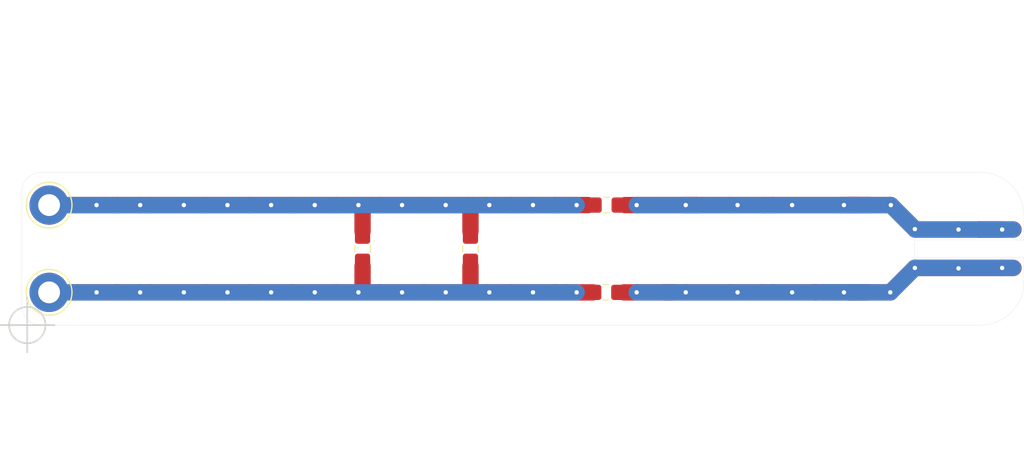
<source format=kicad_pcb>
(kicad_pcb (version 20171130) (host pcbnew "(5.1.6)-1")

  (general
    (thickness 1.6)
    (drawings 16)
    (tracks 146)
    (zones 0)
    (modules 14)
    (nets 5)
  )

  (page A4)
  (layers
    (0 F.Cu signal)
    (31 B.Cu signal)
    (32 B.Adhes user)
    (33 F.Adhes user)
    (34 B.Paste user)
    (35 F.Paste user)
    (36 B.SilkS user)
    (37 F.SilkS user)
    (38 B.Mask user)
    (39 F.Mask user)
    (40 Dwgs.User user)
    (41 Cmts.User user)
    (42 Eco1.User user)
    (43 Eco2.User user)
    (44 Edge.Cuts user)
    (45 Margin user)
    (46 B.CrtYd user)
    (47 F.CrtYd user)
    (48 B.Fab user hide)
    (49 F.Fab user hide)
  )

  (setup
    (last_trace_width 0.25)
    (user_trace_width 0.4)
    (user_trace_width 1)
    (user_trace_width 1.5)
    (trace_clearance 0.2)
    (zone_clearance 0.508)
    (zone_45_only no)
    (trace_min 0.2)
    (via_size 0.8)
    (via_drill 0.4)
    (via_min_size 0.4)
    (via_min_drill 0.3)
    (uvia_size 0.3)
    (uvia_drill 0.1)
    (uvias_allowed no)
    (uvia_min_size 0.2)
    (uvia_min_drill 0.1)
    (edge_width 0.15)
    (segment_width 0.2)
    (pcb_text_width 0.3)
    (pcb_text_size 1.5 1.5)
    (mod_edge_width 0.15)
    (mod_text_size 1 1)
    (mod_text_width 0.15)
    (pad_size 2.7 2.7)
    (pad_drill 2.7)
    (pad_to_mask_clearance 0.051)
    (solder_mask_min_width 0.25)
    (aux_axis_origin 0.25 7)
    (visible_elements 7EFFFFFF)
    (pcbplotparams
      (layerselection 0x01000_ffffffff)
      (usegerberextensions false)
      (usegerberattributes false)
      (usegerberadvancedattributes false)
      (creategerberjobfile false)
      (excludeedgelayer true)
      (linewidth 0.100000)
      (plotframeref false)
      (viasonmask false)
      (mode 1)
      (useauxorigin false)
      (hpglpennumber 1)
      (hpglpenspeed 20)
      (hpglpendiameter 15.000000)
      (psnegative false)
      (psa4output false)
      (plotreference true)
      (plotvalue true)
      (plotinvisibletext false)
      (padsonsilk false)
      (subtractmaskfromsilk false)
      (outputformat 1)
      (mirror false)
      (drillshape 0)
      (scaleselection 1)
      (outputdirectory "CAM/"))
  )

  (net 0 "")
  (net 1 /feed_l)
  (net 2 "Net-(C1-Pad2)")
  (net 3 "Net-(C2-Pad2)")
  (net 4 /feed_r)

  (net_class Default "This is the default net class."
    (clearance 0.2)
    (trace_width 0.25)
    (via_dia 0.8)
    (via_drill 0.4)
    (uvia_dia 0.3)
    (uvia_drill 0.1)
    (add_net /feed_l)
    (add_net /feed_r)
    (add_net "Net-(C1-Pad2)")
    (add_net "Net-(C2-Pad2)")
  )

  (module MountingHole:MountingHole_2.7mm_M2.5 (layer F.Cu) (tedit 5DF15E33) (tstamp 5F7D1C15)
    (at -30 0)
    (descr "Mounting Hole 2.7mm, no annular, M2.5")
    (tags "mounting hole 2.7mm no annular m2.5")
    (attr virtual)
    (fp_text reference REF** (at 0 -3.7) (layer F.SilkS) hide
      (effects (font (size 1 1) (thickness 0.15)))
    )
    (fp_text value MountingHole_2.7mm_M2.5 (at 0 3.7) (layer F.Fab)
      (effects (font (size 1 1) (thickness 0.15)))
    )
    (fp_text user %R (at 0.3 0) (layer F.Fab)
      (effects (font (size 1 1) (thickness 0.15)))
    )
    (fp_circle (center 0 0) (end 2.7 0) (layer Cmts.User) (width 0.15))
    (fp_circle (center 0 0) (end 2.95 0) (layer F.CrtYd) (width 0.05))
    (pad 1 np_thru_hole circle (at 0 0) (size 2.7 2.7) (drill 2.7) (layers *.Cu *.Mask))
  )

  (module MountingHole:MountingHole_2.7mm_M2.5 (layer F.Cu) (tedit 5DF15E33) (tstamp 5F7D1BEF)
    (at -16.75 0)
    (descr "Mounting Hole 2.7mm, no annular, M2.5")
    (tags "mounting hole 2.7mm no annular m2.5")
    (attr virtual)
    (fp_text reference REF** (at 0 -3.7) (layer F.SilkS) hide
      (effects (font (size 1 1) (thickness 0.15)))
    )
    (fp_text value MountingHole_2.7mm_M2.5 (at 0 3.7) (layer F.Fab)
      (effects (font (size 1 1) (thickness 0.15)))
    )
    (fp_circle (center 0 0) (end 2.95 0) (layer F.CrtYd) (width 0.05))
    (fp_circle (center 0 0) (end 2.7 0) (layer Cmts.User) (width 0.15))
    (fp_text user %R (at 0.3 0) (layer F.Fab)
      (effects (font (size 1 1) (thickness 0.15)))
    )
    (pad 1 np_thru_hole circle (at 0 0) (size 2.7 2.7) (drill 2.7) (layers *.Cu *.Mask))
  )

  (module MountingHole:MountingHole_2.7mm_M2.5 (layer F.Cu) (tedit 5DF15E33) (tstamp 5F7D1BA2)
    (at -3.5 0)
    (descr "Mounting Hole 2.7mm, no annular, M2.5")
    (tags "mounting hole 2.7mm no annular m2.5")
    (attr virtual)
    (fp_text reference REF** (at 0 -3.7) (layer F.SilkS) hide
      (effects (font (size 1 1) (thickness 0.15)))
    )
    (fp_text value MountingHole_2.7mm_M2.5 (at 0 3.7) (layer F.Fab)
      (effects (font (size 1 1) (thickness 0.15)))
    )
    (fp_text user %R (at 0.3 0) (layer F.Fab)
      (effects (font (size 1 1) (thickness 0.15)))
    )
    (fp_circle (center 0 0) (end 2.7 0) (layer Cmts.User) (width 0.15))
    (fp_circle (center 0 0) (end 2.95 0) (layer F.CrtYd) (width 0.05))
    (pad 1 np_thru_hole circle (at 0 0) (size 2.7 2.7) (drill 2.7) (layers *.Cu *.Mask))
  )

  (module Capacitor_SMD:C_0805_2012Metric_Pad1.15x1.40mm_HandSolder (layer F.Cu) (tedit 5B36C52B) (tstamp 5DF16079)
    (at 13.75 -4 180)
    (descr "Capacitor SMD 0805 (2012 Metric), square (rectangular) end terminal, IPC_7351 nominal with elongated pad for handsoldering. (Body size source: https://docs.google.com/spreadsheets/d/1BsfQQcO9C6DZCsRaXUlFlo91Tg2WpOkGARC1WS5S8t0/edit?usp=sharing), generated with kicad-footprint-generator")
    (tags "capacitor handsolder")
    (path /5DF34C46)
    (attr smd)
    (fp_text reference C2 (at 0 -1.65 180) (layer F.SilkS) hide
      (effects (font (size 1 1) (thickness 0.15)))
    )
    (fp_text value C (at 0 1.65 180) (layer F.Fab)
      (effects (font (size 1 1) (thickness 0.15)))
    )
    (fp_line (start 1.85 0.95) (end -1.85 0.95) (layer F.CrtYd) (width 0.05))
    (fp_line (start 1.85 -0.95) (end 1.85 0.95) (layer F.CrtYd) (width 0.05))
    (fp_line (start -1.85 -0.95) (end 1.85 -0.95) (layer F.CrtYd) (width 0.05))
    (fp_line (start -1.85 0.95) (end -1.85 -0.95) (layer F.CrtYd) (width 0.05))
    (fp_line (start -0.261252 0.71) (end 0.261252 0.71) (layer F.SilkS) (width 0.12))
    (fp_line (start -0.261252 -0.71) (end 0.261252 -0.71) (layer F.SilkS) (width 0.12))
    (fp_line (start 1 0.6) (end -1 0.6) (layer F.Fab) (width 0.1))
    (fp_line (start 1 -0.6) (end 1 0.6) (layer F.Fab) (width 0.1))
    (fp_line (start -1 -0.6) (end 1 -0.6) (layer F.Fab) (width 0.1))
    (fp_line (start -1 0.6) (end -1 -0.6) (layer F.Fab) (width 0.1))
    (fp_text user %R (at 0 0 180) (layer F.Fab)
      (effects (font (size 0.5 0.5) (thickness 0.08)))
    )
    (pad 2 smd roundrect (at 1.025 0 180) (size 1.15 1.4) (layers F.Cu F.Paste F.Mask) (roundrect_rratio 0.217391)
      (net 3 "Net-(C2-Pad2)"))
    (pad 1 smd roundrect (at -1.025 0 180) (size 1.15 1.4) (layers F.Cu F.Paste F.Mask) (roundrect_rratio 0.217391)
      (net 4 /feed_r))
    (model ${KISYS3DMOD}/Capacitor_SMD.3dshapes/C_0805_2012Metric.wrl
      (at (xyz 0 0 0))
      (scale (xyz 1 1 1))
      (rotate (xyz 0 0 0))
    )
  )

  (module MountingHole:MountingHole_2.7mm_M2.5 (layer F.Cu) (tedit 5DF15E33) (tstamp 5DF2754A)
    (at 23 0)
    (descr "Mounting Hole 2.7mm, no annular, M2.5")
    (tags "mounting hole 2.7mm no annular m2.5")
    (attr virtual)
    (fp_text reference REF** (at 0 -3.7) (layer F.SilkS) hide
      (effects (font (size 1 1) (thickness 0.15)))
    )
    (fp_text value MountingHole_2.7mm_M2.5 (at 0 3.7) (layer F.Fab)
      (effects (font (size 1 1) (thickness 0.15)))
    )
    (fp_circle (center 0 0) (end 2.7 0) (layer Cmts.User) (width 0.15))
    (fp_circle (center 0 0) (end 2.95 0) (layer F.CrtYd) (width 0.05))
    (fp_text user %R (at 0.3 0) (layer F.Fab)
      (effects (font (size 1 1) (thickness 0.15)))
    )
    (pad 1 np_thru_hole circle (at 0 0) (size 2.7 2.7) (drill 2.7) (layers *.Cu *.Mask))
  )

  (module MountingHole:MountingHole_2.7mm_M2.5 (layer F.Cu) (tedit 5DF15E2F) (tstamp 5DF16D20)
    (at 44 -4.75)
    (descr "Mounting Hole 2.7mm, no annular, M2.5")
    (tags "mounting hole 2.7mm no annular m2.5")
    (attr virtual)
    (fp_text reference REF** (at 0 -3.7) (layer F.SilkS) hide
      (effects (font (size 1 1) (thickness 0.15)))
    )
    (fp_text value MountingHole_2.7mm_M2.5 (at 0 3.7) (layer F.Fab)
      (effects (font (size 1 1) (thickness 0.15)))
    )
    (fp_circle (center 0 0) (end 2.7 0) (layer Cmts.User) (width 0.15))
    (fp_circle (center 0 0) (end 2.95 0) (layer F.CrtYd) (width 0.05))
    (fp_text user %R (at 0.3 0) (layer F.Fab)
      (effects (font (size 1 1) (thickness 0.15)))
    )
    (pad 1 np_thru_hole circle (at 0 0) (size 2.7 2.7) (drill 2.7) (layers *.Cu *.Mask))
  )

  (module MountingHole:MountingHole_2.7mm_M2.5 (layer F.Cu) (tedit 5DF15E2F) (tstamp 5DF16D0B)
    (at 44 4.75)
    (descr "Mounting Hole 2.7mm, no annular, M2.5")
    (tags "mounting hole 2.7mm no annular m2.5")
    (attr virtual)
    (fp_text reference REF** (at 0 -3.7) (layer F.SilkS) hide
      (effects (font (size 1 1) (thickness 0.15)))
    )
    (fp_text value MountingHole_2.7mm_M2.5 (at 0 3.7) (layer F.Fab)
      (effects (font (size 1 1) (thickness 0.15)))
    )
    (fp_circle (center 0 0) (end 2.95 0) (layer F.CrtYd) (width 0.05))
    (fp_circle (center 0 0) (end 2.7 0) (layer Cmts.User) (width 0.15))
    (fp_text user %R (at 0.3 0) (layer F.Fab)
      (effects (font (size 1 1) (thickness 0.15)))
    )
    (pad 1 np_thru_hole circle (at 0 0) (size 2.7 2.7) (drill 2.7) (layers *.Cu *.Mask))
  )

  (module MountingHole:MountingHole_2.7mm_M2.5 (layer F.Cu) (tedit 5DF15E2F) (tstamp 5DF16CDD)
    (at 36.75 0)
    (descr "Mounting Hole 2.7mm, no annular, M2.5")
    (tags "mounting hole 2.7mm no annular m2.5")
    (attr virtual)
    (fp_text reference REF** (at 0 -3.7) (layer F.SilkS) hide
      (effects (font (size 1 1) (thickness 0.15)))
    )
    (fp_text value MountingHole_2.7mm_M2.5 (at 0 3.7) (layer F.Fab)
      (effects (font (size 1 1) (thickness 0.15)))
    )
    (fp_circle (center 0 0) (end 2.7 0) (layer Cmts.User) (width 0.15))
    (fp_circle (center 0 0) (end 2.95 0) (layer F.CrtYd) (width 0.05))
    (fp_text user %R (at 0.3 0) (layer F.Fab)
      (effects (font (size 1 1) (thickness 0.15)))
    )
    (pad 1 np_thru_hole circle (at 0 0) (size 2.7 2.7) (drill 2.7) (layers *.Cu *.Mask))
  )

  (module Capacitor_SMD:C_0805_2012Metric_Pad1.15x1.40mm_HandSolder (layer F.Cu) (tedit 5DF15A19) (tstamp 5DF15B5C)
    (at 13.716 4 180)
    (descr "Capacitor SMD 0805 (2012 Metric), square (rectangular) end terminal, IPC_7351 nominal with elongated pad for handsoldering. (Body size source: https://docs.google.com/spreadsheets/d/1BsfQQcO9C6DZCsRaXUlFlo91Tg2WpOkGARC1WS5S8t0/edit?usp=sharing), generated with kicad-footprint-generator")
    (tags "capacitor handsolder")
    (path /5DF34BA3)
    (attr smd)
    (fp_text reference C1 (at 0 -1.65 180) (layer F.SilkS) hide
      (effects (font (size 1 1) (thickness 0.15)))
    )
    (fp_text value C (at 0 1.65 180) (layer F.Fab)
      (effects (font (size 1 1) (thickness 0.15)))
    )
    (fp_line (start -1 0.6) (end -1 -0.6) (layer F.Fab) (width 0.1))
    (fp_line (start -1 -0.6) (end 1 -0.6) (layer F.Fab) (width 0.1))
    (fp_line (start 1 -0.6) (end 1 0.6) (layer F.Fab) (width 0.1))
    (fp_line (start 1 0.6) (end -1 0.6) (layer F.Fab) (width 0.1))
    (fp_line (start -0.261252 -0.71) (end 0.261252 -0.71) (layer F.SilkS) (width 0.12))
    (fp_line (start -0.261252 0.71) (end 0.261252 0.71) (layer F.SilkS) (width 0.12))
    (fp_line (start -1.85 0.95) (end -1.85 -0.95) (layer F.CrtYd) (width 0.05))
    (fp_line (start -1.85 -0.95) (end 1.85 -0.95) (layer F.CrtYd) (width 0.05))
    (fp_line (start 1.85 -0.95) (end 1.85 0.95) (layer F.CrtYd) (width 0.05))
    (fp_line (start 1.85 0.95) (end -1.85 0.95) (layer F.CrtYd) (width 0.05))
    (fp_text user %R (at 0 0 180) (layer F.Fab)
      (effects (font (size 0.5 0.5) (thickness 0.08)))
    )
    (pad 1 smd roundrect (at -1.025 0 180) (size 1.15 1.4) (layers F.Cu F.Paste F.Mask) (roundrect_rratio 0.217391)
      (net 1 /feed_l))
    (pad 2 smd roundrect (at 1.025 0 180) (size 1.15 1.4) (layers F.Cu F.Paste F.Mask) (roundrect_rratio 0.217391)
      (net 2 "Net-(C1-Pad2)"))
    (model ${KISYS3DMOD}/Capacitor_SMD.3dshapes/C_0805_2012Metric.wrl
      (at (xyz 0 0 0))
      (scale (xyz 1 1 1))
      (rotate (xyz 0 0 0))
    )
  )

  (module TestPoint:TestPoint_Loop_D3.80mm_Drill2.0mm (layer F.Cu) (tedit 5DF14B6C) (tstamp 5DF15B9E)
    (at -37.35 4)
    (descr "wire loop as test point, loop diameter 3.8mm, hole diameter 2.0mm")
    (tags "test point wire loop bead")
    (path /5DF34D0F)
    (fp_text reference slot_l1 (at 0.5 2.8) (layer F.SilkS) hide
      (effects (font (size 1 1) (thickness 0.15)))
    )
    (fp_text value TestPoint (at 0 -2.8) (layer F.Fab)
      (effects (font (size 1 1) (thickness 0.15)))
    )
    (fp_circle (center 0 0) (end 2.1 0) (layer F.SilkS) (width 0.12))
    (fp_circle (center 0 0) (end 2.3 0) (layer F.CrtYd) (width 0.05))
    (fp_line (start 1.9 -0.3) (end -1.9 -0.3) (layer F.Fab) (width 0.12))
    (fp_line (start 1.9 0.3) (end 1.9 -0.3) (layer F.Fab) (width 0.12))
    (fp_line (start -1.9 0.3) (end 1.9 0.3) (layer F.Fab) (width 0.12))
    (fp_line (start -1.9 -0.3) (end -1.9 0.3) (layer F.Fab) (width 0.12))
    (fp_text user %R (at 0.5 2.8) (layer F.Fab)
      (effects (font (size 1 1) (thickness 0.15)))
    )
    (pad 1 thru_hole circle (at 0 0) (size 3.6 3.6) (drill 2) (layers *.Cu *.Mask)
      (net 2 "Net-(C1-Pad2)"))
    (model ${KISYS3DMOD}/TestPoint.3dshapes/TestPoint_Loop_D3.80mm_Drill2.0mm.wrl
      (at (xyz 0 0 0))
      (scale (xyz 1 1 1))
      (rotate (xyz 0 0 0))
    )
  )

  (module TestPoint:TestPoint_Loop_D3.80mm_Drill2.0mm (layer F.Cu) (tedit 5DF14B71) (tstamp 5DF16047)
    (at -37.35 -4)
    (descr "wire loop as test point, loop diameter 3.8mm, hole diameter 2.0mm")
    (tags "test point wire loop bead")
    (path /5DF351B5)
    (fp_text reference slot_r1 (at 0.5 2.8) (layer F.SilkS) hide
      (effects (font (size 1 1) (thickness 0.15)))
    )
    (fp_text value TestPoint (at 0 -2.8) (layer F.Fab)
      (effects (font (size 1 1) (thickness 0.15)))
    )
    (fp_line (start -1.9 -0.3) (end -1.9 0.3) (layer F.Fab) (width 0.12))
    (fp_line (start -1.9 0.3) (end 1.9 0.3) (layer F.Fab) (width 0.12))
    (fp_line (start 1.9 0.3) (end 1.9 -0.3) (layer F.Fab) (width 0.12))
    (fp_line (start 1.9 -0.3) (end -1.9 -0.3) (layer F.Fab) (width 0.12))
    (fp_circle (center 0 0) (end 2.3 0) (layer F.CrtYd) (width 0.05))
    (fp_circle (center 0 0) (end 2.1 0) (layer F.SilkS) (width 0.12))
    (fp_text user %R (at 0.5 2.8) (layer F.Fab)
      (effects (font (size 1 1) (thickness 0.15)))
    )
    (pad 1 thru_hole circle (at 0 0) (size 3.6 3.6) (drill 2) (layers *.Cu *.Mask)
      (net 3 "Net-(C2-Pad2)"))
    (model ${KISYS3DMOD}/TestPoint.3dshapes/TestPoint_Loop_D3.80mm_Drill2.0mm.wrl
      (at (xyz 0 0 0))
      (scale (xyz 1 1 1))
      (rotate (xyz 0 0 0))
    )
  )

  (module MountingHole:MountingHole_2.7mm_M2.5 (layer F.Cu) (tedit 5DF15E33) (tstamp 5DF16CD4)
    (at 9.75 0)
    (descr "Mounting Hole 2.7mm, no annular, M2.5")
    (tags "mounting hole 2.7mm no annular m2.5")
    (attr virtual)
    (fp_text reference REF** (at 0 -3.7) (layer F.SilkS) hide
      (effects (font (size 1 1) (thickness 0.15)))
    )
    (fp_text value MountingHole_2.7mm_M2.5 (at 0 3.7) (layer F.Fab)
      (effects (font (size 1 1) (thickness 0.15)))
    )
    (fp_circle (center 0 0) (end 2.95 0) (layer F.CrtYd) (width 0.05))
    (fp_circle (center 0 0) (end 2.7 0) (layer Cmts.User) (width 0.15))
    (fp_text user %R (at 0.3 0) (layer F.Fab)
      (effects (font (size 1 1) (thickness 0.15)))
    )
    (pad 1 np_thru_hole circle (at 0 0) (size 2.7 2.7) (drill 2.7) (layers *.Cu *.Mask))
  )

  (module Capacitor_SMD:C_0805_2012Metric_Pad1.15x1.40mm_HandSolder (layer F.Cu) (tedit 5B36C52B) (tstamp 5F7D18F5)
    (at 1.27 0 270)
    (descr "Capacitor SMD 0805 (2012 Metric), square (rectangular) end terminal, IPC_7351 nominal with elongated pad for handsoldering. (Body size source: https://docs.google.com/spreadsheets/d/1BsfQQcO9C6DZCsRaXUlFlo91Tg2WpOkGARC1WS5S8t0/edit?usp=sharing), generated with kicad-footprint-generator")
    (tags "capacitor handsolder")
    (path /5DF4506D)
    (attr smd)
    (fp_text reference C3 (at 0 -1.65 90) (layer F.SilkS) hide
      (effects (font (size 1 1) (thickness 0.15)))
    )
    (fp_text value C (at 0 1.65 90) (layer F.Fab)
      (effects (font (size 1 1) (thickness 0.15)))
    )
    (fp_line (start 1.85 0.95) (end -1.85 0.95) (layer F.CrtYd) (width 0.05))
    (fp_line (start 1.85 -0.95) (end 1.85 0.95) (layer F.CrtYd) (width 0.05))
    (fp_line (start -1.85 -0.95) (end 1.85 -0.95) (layer F.CrtYd) (width 0.05))
    (fp_line (start -1.85 0.95) (end -1.85 -0.95) (layer F.CrtYd) (width 0.05))
    (fp_line (start -0.261252 0.71) (end 0.261252 0.71) (layer F.SilkS) (width 0.12))
    (fp_line (start -0.261252 -0.71) (end 0.261252 -0.71) (layer F.SilkS) (width 0.12))
    (fp_line (start 1 0.6) (end -1 0.6) (layer F.Fab) (width 0.1))
    (fp_line (start 1 -0.6) (end 1 0.6) (layer F.Fab) (width 0.1))
    (fp_line (start -1 -0.6) (end 1 -0.6) (layer F.Fab) (width 0.1))
    (fp_line (start -1 0.6) (end -1 -0.6) (layer F.Fab) (width 0.1))
    (fp_text user %R (at 0 0 90) (layer F.Fab)
      (effects (font (size 0.5 0.5) (thickness 0.08)))
    )
    (pad 1 smd roundrect (at -1.025 0 270) (size 1.15 1.4) (layers F.Cu F.Paste F.Mask) (roundrect_rratio 0.217391)
      (net 3 "Net-(C2-Pad2)"))
    (pad 2 smd roundrect (at 1.025 0 270) (size 1.15 1.4) (layers F.Cu F.Paste F.Mask) (roundrect_rratio 0.217391)
      (net 2 "Net-(C1-Pad2)"))
    (model ${KISYS3DMOD}/Capacitor_SMD.3dshapes/C_0805_2012Metric.wrl
      (at (xyz 0 0 0))
      (scale (xyz 1 1 1))
      (rotate (xyz 0 0 0))
    )
  )

  (module Capacitor_SMD:C_0805_2012Metric_Pad1.15x1.40mm_HandSolder (layer F.Cu) (tedit 5B36C52B) (tstamp 5F7D1998)
    (at -8.62 0 90)
    (descr "Capacitor SMD 0805 (2012 Metric), square (rectangular) end terminal, IPC_7351 nominal with elongated pad for handsoldering. (Body size source: https://docs.google.com/spreadsheets/d/1BsfQQcO9C6DZCsRaXUlFlo91Tg2WpOkGARC1WS5S8t0/edit?usp=sharing), generated with kicad-footprint-generator")
    (tags "capacitor handsolder")
    (path /5F7CE338)
    (attr smd)
    (fp_text reference C4 (at 0 -1.65 90) (layer F.SilkS) hide
      (effects (font (size 1 1) (thickness 0.15)))
    )
    (fp_text value C (at 0 1.65 90) (layer F.Fab)
      (effects (font (size 1 1) (thickness 0.15)))
    )
    (fp_text user %R (at 0 0 90) (layer F.Fab)
      (effects (font (size 0.5 0.5) (thickness 0.08)))
    )
    (fp_line (start -1 0.6) (end -1 -0.6) (layer F.Fab) (width 0.1))
    (fp_line (start -1 -0.6) (end 1 -0.6) (layer F.Fab) (width 0.1))
    (fp_line (start 1 -0.6) (end 1 0.6) (layer F.Fab) (width 0.1))
    (fp_line (start 1 0.6) (end -1 0.6) (layer F.Fab) (width 0.1))
    (fp_line (start -0.261252 -0.71) (end 0.261252 -0.71) (layer F.SilkS) (width 0.12))
    (fp_line (start -0.261252 0.71) (end 0.261252 0.71) (layer F.SilkS) (width 0.12))
    (fp_line (start -1.85 0.95) (end -1.85 -0.95) (layer F.CrtYd) (width 0.05))
    (fp_line (start -1.85 -0.95) (end 1.85 -0.95) (layer F.CrtYd) (width 0.05))
    (fp_line (start 1.85 -0.95) (end 1.85 0.95) (layer F.CrtYd) (width 0.05))
    (fp_line (start 1.85 0.95) (end -1.85 0.95) (layer F.CrtYd) (width 0.05))
    (pad 2 smd roundrect (at 1.025 0 90) (size 1.15 1.4) (layers F.Cu F.Paste F.Mask) (roundrect_rratio 0.217391)
      (net 3 "Net-(C2-Pad2)"))
    (pad 1 smd roundrect (at -1.025 0 90) (size 1.15 1.4) (layers F.Cu F.Paste F.Mask) (roundrect_rratio 0.217391)
      (net 2 "Net-(C1-Pad2)"))
    (model ${KISYS3DMOD}/Capacitor_SMD.3dshapes/C_0805_2012Metric.wrl
      (at (xyz 0 0 0))
      (scale (xyz 1 1 1))
      (rotate (xyz 0 0 0))
    )
  )

  (dimension 81.9 (width 0.15) (layer Dwgs.User)
    (gr_text "81.900 mm" (at 1.05081 -22.0985 359.9979013) (layer Dwgs.User)
      (effects (font (size 1 1) (thickness 0.15)))
    )
    (feature1 (pts (xy 42 0.003) (xy 42.000783 -21.383421)))
    (feature2 (pts (xy -39.9 0) (xy -39.899217 -21.386421)))
    (crossbar (pts (xy -39.899238 -20.8) (xy 42.000762 -20.797)))
    (arrow1a (pts (xy 42.000762 -20.797) (xy 40.874237 -20.210621)))
    (arrow1b (pts (xy 42.000762 -20.797) (xy 40.87428 -21.383462)))
    (arrow2a (pts (xy -39.899238 -20.8) (xy -38.772756 -20.213538)))
    (arrow2b (pts (xy -39.899238 -20.8) (xy -38.772713 -21.386379)))
  )
  (dimension 9.883001 (width 0.15) (layer Dwgs.User)
    (gr_text "9.883 mm" (at -34.949923 21.195839 0.02318962922) (layer Dwgs.User)
      (effects (font (size 1 1) (thickness 0.15)))
    )
    (feature1 (pts (xy -30.017 0.001) (xy -30.008711 20.48026)))
    (feature2 (pts (xy -39.9 0.005) (xy -39.891711 20.48426)))
    (crossbar (pts (xy -39.891949 19.897839) (xy -30.008949 19.893839)))
    (arrow1a (pts (xy -30.008949 19.893839) (xy -31.135215 20.480716)))
    (arrow1b (pts (xy -30.008949 19.893839) (xy -31.13569 19.307874)))
    (arrow2a (pts (xy -39.891949 19.897839) (xy -38.765208 20.483804)))
    (arrow2b (pts (xy -39.891949 19.897839) (xy -38.765683 19.310962)))
  )
  (gr_arc (start -38.1 5.25) (end -39.85 5.25) (angle -90) (layer Edge.Cuts) (width 0.02) (tstamp 5E5533DC))
  (gr_arc (start -38.1 -5.25) (end -38.1 -7) (angle -90) (layer Edge.Cuts) (width 0.02))
  (target plus (at -39.35 7) (size 5) (width 0.15) (layer Edge.Cuts))
  (gr_line (start 32 -0.75) (end 32 0.75) (layer Eco1.User) (width 0.02))
  (gr_arc (start 48 3) (end 48 7) (angle -90) (layer Edge.Cuts) (width 0.02) (tstamp 5DF1658E))
  (gr_arc (start 48 -3) (end 52 -3) (angle -90) (layer Edge.Cuts) (width 0.02))
  (gr_line (start 42 0.8) (end 42 -0.8) (layer Edge.Cuts) (width 0.02))
  (gr_line (start 52 -0.8) (end 52 -3) (layer Edge.Cuts) (width 0.02) (tstamp 5DF162E4))
  (gr_line (start 52 3) (end 52 0.8) (layer Edge.Cuts) (width 0.02))
  (gr_line (start 42 -0.8) (end 52 -0.8) (layer Edge.Cuts) (width 0.02))
  (gr_line (start 52 0.8) (end 42 0.8) (layer Edge.Cuts) (width 0.02))
  (gr_line (start -38.1 -7) (end 48 -7) (layer Edge.Cuts) (width 0.02) (tstamp 5DF1605E))
  (gr_line (start -38.1 7) (end 48 7) (layer Edge.Cuts) (width 0.02))
  (gr_line (start -39.85 -5.25) (end -39.85 5.25) (layer Edge.Cuts) (width 0.02))

  (segment (start 19.025 4) (end 19.7 4) (width 1.5) (layer F.Cu) (net 1))
  (segment (start 49.9 1.76001) (end 50 1.76001) (width 1.5) (layer F.Cu) (net 1))
  (segment (start 21 4) (end 25 4) (width 1.5) (layer F.Cu) (net 1) (tstamp 5DF16388))
  (via (at 21 4) (size 0.8) (drill 0.4) (layers F.Cu B.Cu) (net 1))
  (segment (start 21 4) (end 29 4) (width 1.5) (layer B.Cu) (net 1))
  (via (at 25.75 4) (size 0.8) (drill 0.4) (layers F.Cu B.Cu) (net 1))
  (via (at 30.75 4) (size 0.8) (drill 0.4) (layers F.Cu B.Cu) (net 1))
  (segment (start 42 1.76001) (end 49.9 1.76001) (width 1.5) (layer F.Cu) (net 1) (tstamp 5DF16457))
  (via (at 42 1.76001) (size 0.8) (drill 0.4) (layers F.Cu B.Cu) (net 1))
  (via (at 46 1.8) (size 0.8) (drill 0.4) (layers F.Cu B.Cu) (net 1))
  (via (at 50 1.76001) (size 0.8) (drill 0.4) (layers F.Cu B.Cu) (net 1))
  (segment (start 50 1.76001) (end 51.03999 1.76001) (width 1.5) (layer F.Cu) (net 1))
  (segment (start 19.025 4) (end 20 4) (width 1.5) (layer F.Cu) (net 1))
  (segment (start 20 4) (end 21 4) (width 1.5) (layer F.Cu) (net 1))
  (segment (start 16.5 4) (end 20 4) (width 1.5) (layer F.Cu) (net 1) (tstamp 5DF1675B))
  (via (at 16.5 4) (size 0.8) (drill 0.4) (layers F.Cu B.Cu) (net 1))
  (segment (start 21 4) (end 16.5 4) (width 1.5) (layer B.Cu) (net 1))
  (segment (start 32.76001 4) (end 33 4) (width 1.5) (layer F.Cu) (net 1))
  (segment (start 46.03999 1.76001) (end 51 1.76001) (width 1.5) (layer B.Cu) (net 1))
  (segment (start 41.98999 1.76001) (end 42 1.76001) (width 1.5) (layer F.Cu) (net 1))
  (segment (start 39.75 4) (end 41.98999 1.76001) (width 1.5) (layer F.Cu) (net 1))
  (segment (start 41.98999 1.76001) (end 45.96001 1.76001) (width 1.5) (layer B.Cu) (net 1))
  (segment (start 39.75 4) (end 41.98999 1.76001) (width 1.5) (layer B.Cu) (net 1))
  (segment (start 39.75 4) (end 39.75 4) (width 1.5) (layer F.Cu) (net 1) (tstamp 5DF25E70))
  (via (at 39.75 4) (size 0.8) (drill 0.4) (layers F.Cu B.Cu) (net 1))
  (segment (start 33 4) (end 32.76001 4) (width 1.5) (layer F.Cu) (net 1) (tstamp 5DF25E72))
  (via (at 35.5 4) (size 0.8) (drill 0.4) (layers F.Cu B.Cu) (net 1))
  (segment (start 37.75 4) (end 36 4) (width 1.5) (layer F.Cu) (net 1))
  (segment (start 29 4) (end 36 4) (width 1.5) (layer F.Cu) (net 1))
  (segment (start 36 4) (end 36.75 4) (width 1.5) (layer F.Cu) (net 1))
  (segment (start 29 4) (end 37.75 4) (width 1.5) (layer B.Cu) (net 1))
  (segment (start 39.75 4) (end 36 4) (width 1.5) (layer F.Cu) (net 1))
  (segment (start 33.5 4) (end 39.75 4) (width 1.5) (layer B.Cu) (net 1))
  (segment (start 14.741 4) (end 15.3665 4) (width 1) (layer F.Cu) (net 1))
  (segment (start 16.5 4) (end 15.3665 4) (width 1.5) (layer F.Cu) (net 1))
  (segment (start 28.0035 4) (end 29 4) (width 1.5) (layer F.Cu) (net 1))
  (segment (start 25 4) (end 28.0035 4) (width 1.5) (layer F.Cu) (net 1))
  (segment (start -31.1 4) (end -35.35 4) (width 1.5) (layer F.Cu) (net 2) (tstamp 5DF16330))
  (via (at -29 4) (size 0.8) (drill 0.4) (layers F.Cu B.Cu) (net 2) (tstamp 5F7D1A2F))
  (segment (start -28.1 4) (end -31.1 4) (width 1.5) (layer F.Cu) (net 2) (tstamp 5DF16332))
  (via (at -25 4) (size 0.8) (drill 0.4) (layers F.Cu B.Cu) (net 2))
  (segment (start 11 4) (end 2.75 4) (width 1.5) (layer B.Cu) (net 2))
  (segment (start 12.475 4) (end 10 4) (width 1.5) (layer F.Cu) (net 2))
  (segment (start -8.62 1.6) (end -8.62 3.555) (width 1.5) (layer F.Cu) (net 2))
  (segment (start -28.1 4) (end -23 4) (width 1.5) (layer F.Cu) (net 2))
  (segment (start -7.72 3.555) (end -8.165 4) (width 0.25) (layer F.Cu) (net 2))
  (segment (start 1.17 3.81) (end 1.36 4) (width 0.25) (layer F.Cu) (net 2))
  (segment (start -8.065 4) (end -7 4) (width 1.5) (layer F.Cu) (net 2))
  (segment (start 1.46 4) (end 5 4) (width 1.5) (layer F.Cu) (net 2))
  (segment (start -23 4) (end -19 4) (width 1.5) (layer F.Cu) (net 2) (tstamp 5F7D1A38))
  (via (at -21 4) (size 0.8) (drill 0.4) (layers F.Cu B.Cu) (net 2))
  (segment (start -19 4) (end -15 4) (width 1.5) (layer F.Cu) (net 2) (tstamp 5F7D1A3A))
  (via (at -17 4) (size 0.8) (drill 0.4) (layers F.Cu B.Cu) (net 2))
  (segment (start -15 4) (end -11 4) (width 1.5) (layer F.Cu) (net 2) (tstamp 5F7D1A3C))
  (via (at -13 4) (size 0.8) (drill 0.4) (layers F.Cu B.Cu) (net 2))
  (segment (start -11 4) (end -8.065 4) (width 1.5) (layer F.Cu) (net 2) (tstamp 5F7D1A3E))
  (via (at -9 4) (size 0.8) (drill 0.4) (layers F.Cu B.Cu) (net 2))
  (segment (start -7 4) (end -3 4) (width 1.5) (layer F.Cu) (net 2) (tstamp 5F7D1A53))
  (via (at -5 4) (size 0.8) (drill 0.4) (layers F.Cu B.Cu) (net 2))
  (segment (start -3 4) (end 1 4) (width 1.5) (layer F.Cu) (net 2) (tstamp 5F7D1A55))
  (via (at -1 4) (size 0.8) (drill 0.4) (layers F.Cu B.Cu) (net 2))
  (segment (start 1 4) (end 1.46 4) (width 1.5) (layer F.Cu) (net 2) (tstamp 5F7D1A57))
  (via (at 3 4) (size 0.8) (drill 0.4) (layers F.Cu B.Cu) (net 2))
  (segment (start 5 4) (end 9 4) (width 1.5) (layer F.Cu) (net 2) (tstamp 5F7D1A59))
  (via (at 7 4) (size 0.8) (drill 0.4) (layers F.Cu B.Cu) (net 2))
  (segment (start 9 4) (end 10 4) (width 1.5) (layer F.Cu) (net 2) (tstamp 5F7D1A5B))
  (via (at 11 4) (size 0.8) (drill 0.4) (layers F.Cu B.Cu) (net 2))
  (segment (start 1.27 3.73) (end 1 4) (width 0.25) (layer F.Cu) (net 2))
  (segment (start 1.27 1.6) (end 1.27 3.73) (width 1.5) (layer F.Cu) (net 2))
  (segment (start 2.75 4) (end -29 4) (width 1.5) (layer B.Cu) (net 2))
  (segment (start -29 4) (end -36.35 4) (width 1.5) (layer B.Cu) (net 2) (tstamp 5F7D2036))
  (via (at -33 4) (size 0.8) (drill 0.4) (layers F.Cu B.Cu) (net 2))
  (segment (start -31.1 -4) (end -35.35 -4) (width 1.5) (layer F.Cu) (net 3) (tstamp 5DF1632A))
  (via (at -29 -4) (size 0.8) (drill 0.4) (layers F.Cu B.Cu) (net 3))
  (segment (start -28.1 -4) (end -31.1 -4) (width 1.5) (layer F.Cu) (net 3) (tstamp 5DF1632C))
  (via (at -25 -4) (size 0.8) (drill 0.4) (layers F.Cu B.Cu) (net 3))
  (segment (start 11 -4) (end 11 -4) (width 1.5) (layer B.Cu) (net 3))
  (segment (start 12.05 -4) (end 12.0495 -4.0005) (width 1) (layer F.Cu) (net 3))
  (segment (start 12.725 -4) (end 12.05 -4) (width 1) (layer F.Cu) (net 3))
  (segment (start 7 -4) (end 9 -4) (width 1.5) (layer F.Cu) (net 3))
  (segment (start -8.62 -3.81) (end -8.81 -4) (width 0.25) (layer F.Cu) (net 3))
  (segment (start -8.62 -1.6) (end -8.62 -3.81) (width 1.5) (layer F.Cu) (net 3))
  (segment (start -28.1 -4) (end -23 -4) (width 1.5) (layer F.Cu) (net 3))
  (segment (start -7.81 -4) (end -7 -4) (width 1.5) (layer F.Cu) (net 3))
  (segment (start 1.27 -3.81) (end 1.46 -4) (width 0.25) (layer F.Cu) (net 3))
  (segment (start 1.46 -4) (end 5 -4) (width 1.5) (layer F.Cu) (net 3))
  (segment (start -23 -4) (end -19 -4) (width 1.5) (layer F.Cu) (net 3) (tstamp 5F7D1A34))
  (via (at -21 -4) (size 0.8) (drill 0.4) (layers F.Cu B.Cu) (net 3))
  (segment (start -19 -4) (end -15 -4) (width 1.5) (layer F.Cu) (net 3) (tstamp 5F7D1A36))
  (via (at -17 -4) (size 0.8) (drill 0.4) (layers F.Cu B.Cu) (net 3))
  (segment (start -15 -4) (end -11 -4) (width 1.5) (layer F.Cu) (net 3) (tstamp 5F7D1A40))
  (via (at -13 -4) (size 0.8) (drill 0.4) (layers F.Cu B.Cu) (net 3))
  (segment (start -11 -4) (end -7.81 -4) (width 1.5) (layer F.Cu) (net 3) (tstamp 5F7D1A42))
  (via (at -9 -4) (size 0.8) (drill 0.4) (layers F.Cu B.Cu) (net 3))
  (segment (start -7 -4) (end -3 -4) (width 1.5) (layer F.Cu) (net 3) (tstamp 5F7D1A44))
  (via (at -5 -4) (size 0.8) (drill 0.4) (layers F.Cu B.Cu) (net 3))
  (segment (start -3 -4) (end 1 -4) (width 1.5) (layer F.Cu) (net 3) (tstamp 5F7D1A46))
  (via (at -1 -4) (size 0.8) (drill 0.4) (layers F.Cu B.Cu) (net 3))
  (segment (start 1 -4) (end 1.46 -4) (width 1.5) (layer F.Cu) (net 3) (tstamp 5F7D1A48))
  (via (at 3 -4) (size 0.8) (drill 0.4) (layers F.Cu B.Cu) (net 3))
  (segment (start 5 -4) (end 7 -4) (width 1.5) (layer F.Cu) (net 3) (tstamp 5F7D1A4A))
  (via (at 7 -4) (size 0.8) (drill 0.4) (layers F.Cu B.Cu) (net 3))
  (segment (start 9 -4) (end 12.05 -4) (width 1.5) (layer F.Cu) (net 3) (tstamp 5F7D1A51))
  (via (at 11 -4) (size 0.8) (drill 0.4) (layers F.Cu B.Cu) (net 3))
  (segment (start 1.27 -3.73) (end 1 -4) (width 0.25) (layer F.Cu) (net 3))
  (segment (start 1.27 -3.73) (end 1.27 -1.6) (width 1.5) (layer F.Cu) (net 3))
  (segment (start 2.75 -4) (end -29 -4) (width 1.5) (layer B.Cu) (net 3))
  (segment (start 11 -4) (end 2.75 -4) (width 1.5) (layer B.Cu) (net 3) (tstamp 5F7D1FFA))
  (segment (start -29 -4) (end -36.35 -4) (width 1.5) (layer B.Cu) (net 3) (tstamp 5F7D2034))
  (via (at -33 -4) (size 0.8) (drill 0.4) (layers F.Cu B.Cu) (net 3))
  (segment (start 47.9 -1.76001) (end 50 -1.76001) (width 1.5) (layer F.Cu) (net 4))
  (segment (start 47.9 -1.76001) (end 49.86001 -1.76001) (width 1.5) (layer F.Cu) (net 4))
  (via (at 21 -4) (size 0.8) (drill 0.4) (layers F.Cu B.Cu) (net 4))
  (segment (start 21 -4) (end 29 -4) (width 1.5) (layer B.Cu) (net 4))
  (via (at 25.75 -4) (size 0.8) (drill 0.4) (layers F.Cu B.Cu) (net 4))
  (via (at 30.75 -4) (size 0.8) (drill 0.4) (layers F.Cu B.Cu) (net 4))
  (via (at 42 -1.8) (size 0.8) (drill 0.4) (layers F.Cu B.Cu) (net 4))
  (segment (start 46 -1.76001) (end 47.9 -1.76001) (width 1.5) (layer F.Cu) (net 4) (tstamp 5DF16461))
  (via (at 46 -1.76001) (size 0.8) (drill 0.4) (layers F.Cu B.Cu) (net 4))
  (via (at 50 -1.76001) (size 0.8) (drill 0.4) (layers F.Cu B.Cu) (net 4))
  (segment (start 50 -1.76001) (end 51.03999 -1.76001) (width 1.5) (layer F.Cu) (net 4))
  (via (at 16.5 -4) (size 0.8) (drill 0.4) (layers F.Cu B.Cu) (net 4))
  (segment (start 21 -4) (end 16.5 -4) (width 1.5) (layer B.Cu) (net 4))
  (segment (start 42.03999 -1.76001) (end 51 -1.76001) (width 1.5) (layer B.Cu) (net 4))
  (segment (start 16.5 -4) (end 22 -4) (width 1.5) (layer F.Cu) (net 4))
  (segment (start 21 -4) (end 22 -4) (width 1.5) (layer F.Cu) (net 4))
  (segment (start 22 -4) (end 25 -4) (width 1.5) (layer F.Cu) (net 4))
  (segment (start 42.03999 -1.76001) (end 46 -1.76001) (width 1.5) (layer F.Cu) (net 4))
  (segment (start 42 -1.8) (end 42.03999 -1.76001) (width 1.5) (layer F.Cu) (net 4))
  (segment (start 39.8 -4) (end 41.96001 -1.83999) (width 1.5) (layer B.Cu) (net 4))
  (segment (start 39.8 -4) (end 42 -1.8) (width 1.5) (layer F.Cu) (net 4) (tstamp 5DF25E6E))
  (via (at 39.8 -4) (size 0.8) (drill 0.4) (layers F.Cu B.Cu) (net 4))
  (via (at 35.5 -4) (size 0.8) (drill 0.4) (layers F.Cu B.Cu) (net 4))
  (segment (start 37.8 -4) (end 36 -4) (width 1.5) (layer F.Cu) (net 4))
  (segment (start 36 -4) (end 36.8 -4) (width 1.5) (layer F.Cu) (net 4))
  (segment (start 39.8 -4) (end 35.25 -4) (width 1.5) (layer F.Cu) (net 4))
  (segment (start 29 -4) (end 35.25 -4) (width 1.5) (layer F.Cu) (net 4))
  (segment (start 35.25 -4) (end 36 -4) (width 1.5) (layer F.Cu) (net 4))
  (segment (start 36.25 -4) (end 39.8 -4) (width 1.5) (layer B.Cu) (net 4))
  (segment (start 36.25 -4) (end 37.8 -4) (width 1.5) (layer B.Cu) (net 4))
  (segment (start 29 -4) (end 36.25 -4) (width 1.5) (layer B.Cu) (net 4))
  (segment (start 15.45 -4) (end 15.4505 -4.0005) (width 1) (layer F.Cu) (net 4))
  (segment (start 14.775 -4) (end 15.45 -4) (width 1) (layer F.Cu) (net 4))
  (segment (start 16.5 -4) (end 15.45 -4) (width 1.5) (layer F.Cu) (net 4))
  (segment (start 28.1305 -4) (end 29 -4) (width 1.5) (layer F.Cu) (net 4))
  (segment (start 25 -4) (end 28.1305 -4) (width 1.5) (layer F.Cu) (net 4))

)

</source>
